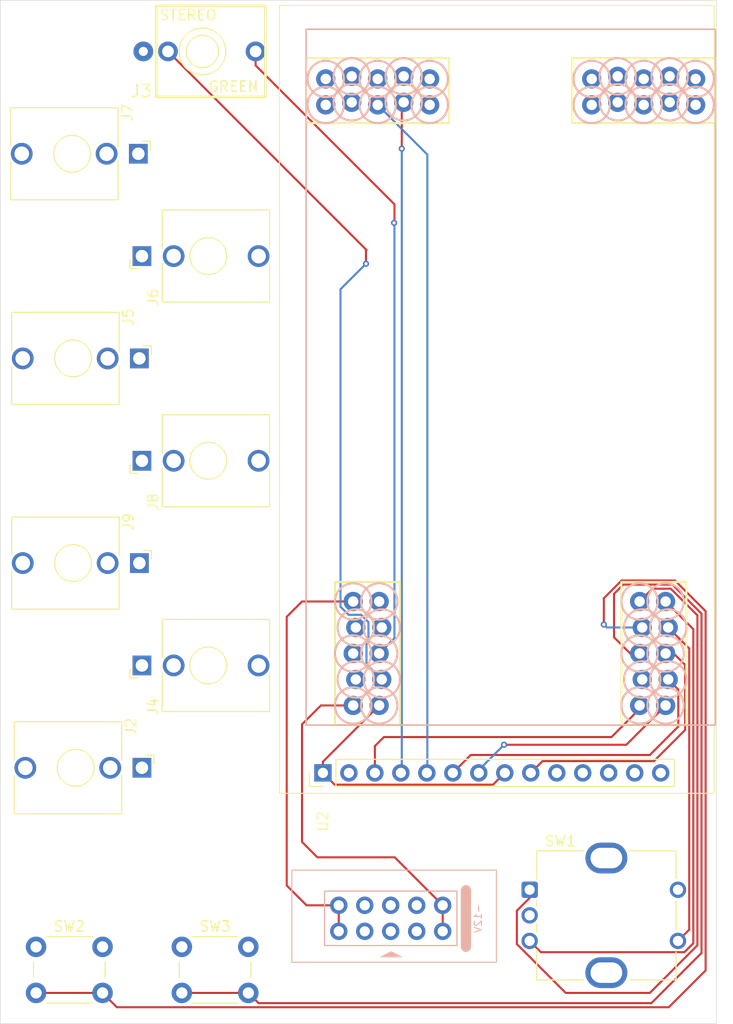
<source format=kicad_pcb>
(kicad_pcb (version 20240108) (generator "pcbnew") (generator_version "8.0")
  (layers (0 "F.Cu" signal) (31 "B.Cu" signal) (34 "B.Paste" user) (35 "F.Paste" user) (36 "B.SilkS" user "B.Silkscreen") (37 "F.SilkS" user "F.Silkscreen") (38 "B.Mask" user) (39 "F.Mask" user) (44 "Edge.Cuts" user))
  (net 0 "")
  (net 3 "Net-(U1-ADC_12(SPI_MISO))")
  (net 9 "Net-(U1-ADC_11(SPI_MOSI))")
  (net 13 "Net-(U1-SPI_SCK)")
  (net 30 "GND")
  (net 31 "+12V")
  (net 32 "-12V")
  (net 33 "Net-(U1-GATE_OUT_2)")
  (net 34 "Net-(U1-USB_DM)")
  (net 35 "Net-(U1-USB_DP)")
  (net 36 "Net-(U1-AUDIO_OUT_L)")
  (net 37 "Net-(U1-CV_1)")
  (net 38 "Net-(U1-CV_2)")
  (net 39 "Net-(U1-CV_3)")
  (net 40 "Net-(U1-CV_4)")
  (net 41 "Net-(U1-CV_5)")
  (net 42 "Net-(U1-SDMMC_CMD)")
  (net 43 "Net-(U1-SDMMC_CK)")
  (net 44 "Net-(U1-SDMMC_D0)")
  (net 45 "Net-(U1-SDMMC_D1)")
  (net 46 "Net-(U1-SDMMC_D2)")
  (net 47 "Net-(U1-I2C1_SCL)")
  (net 48 "Net-(U1-SPI_NSS)")
  (net 49 "+5V")
  (net 50 "+3.3V")
  (net 51 "Net-(U1-I2C1_SDA)")
  (footprint "KitsBlips:Stereo_Thonk_PJ366ST" (layer "F.Cu") (at 145 65.25 180)
    (property "Reference" "J3" (at 4.826 -3.175 360) (layer "F.SilkS") (effects (font (size 1.2065 1.2065) (thickness 0.1524)) (justify right top)))
    (property "Value" "3.5mm_Stereo" (hide yes))
    (fp_line (start 4.4958 4.445) (end 4.4958 -4.445) (stroke (width 0.254)) (layer "F.SilkS"))
    (fp_line (start 4.4958 -4.445) (end -6.1722 -4.445) (stroke (width 0.254)) (layer "F.SilkS"))
    (fp_line (start -6.1722 4.445) (end 4.4958 4.445) (stroke (width 0.254)) (layer "F.SilkS"))
    (fp_line (start -6.1722 -4.445) (end -6.1722 4.445) (stroke (width 0.254)) (layer "F.SilkS"))
    (fp_circle (center -0.0127 0) (end 2.2733 0) (stroke (width 0.127)) (fill none) (layer "F.SilkS"))
    (fp_circle (center -0.0127 0) (end 1.5621 0) (stroke (width 0.127)) (fill none) (layer "F.SilkS"))
    (fp_text user "STEREO" (at 1.397 3.556 360) (layer "F.SilkS"))
    (fp_text user "GREEN" (at -3.048 -3.429 360) (layer "F.SilkS"))
    (pad "R" thru_hole circle (at 3.3528 0 180) (size 1.9304 1.9304) (drill 1.143) (layers "*.Cu" "*.Mask") (net 35 "Net-(U1-USB_DP)"))
    (pad "S" thru_hole circle (at 5.7658 0 180) (size 1.9304 1.9304) (drill 0.889) (layers "*.Cu" "*.Mask") (net 30 "GND"))
    (pad "T" thru_hole circle (at -5.207 0 180) (size 1.9304 1.9304) (drill 1.143) (layers "*.Cu" "*.Mask") (net 34 "Net-(U1-USB_DM)"))
  )
  (footprint "KitsBlips:TZT_Display_ST7789V" (layer "F.Cu") (at 156.79 135.75 90)
    (property "Reference" "U2" (at -4.75 0 90) (layer "F.SilkS"))
    (property "Value" "TZT_Display_ST7789V")
    (fp_line (start -1.33 -1.33) (end 0 -1.33) (stroke (width 0.12)) (layer "F.SilkS"))
    (fp_line (start -1.33 0) (end -1.33 -1.33) (stroke (width 0.12)) (layer "F.SilkS"))
    (fp_line (start 1.33 1.27) (end 1.33 34.35) (stroke (width 0.12)) (layer "F.SilkS"))
    (fp_line (start -1.33 1.27) (end 1.33 1.27) (stroke (width 0.12)) (layer "F.SilkS"))
    (fp_line (start -1.33 1.27) (end -1.33 34.35) (stroke (width 0.12)) (layer "F.SilkS"))
    (fp_line (start -1.33 34.35) (end 1.33 34.35) (stroke (width 0.12)) (layer "F.SilkS"))
    (fp_rect (start -2 -4.25) (end 75 38.25) (stroke (width 0.1)) (fill none) (layer "F.SilkS"))
    (pad "1" thru_hole rect (at 0 0 90) (size 1.7 1.7) (drill 1) (layers "*.Cu" "*.Mask") (net 50 "+3.3V"))
    (pad "2" thru_hole oval (at 0 2.54 90) (size 1.7 1.7) (drill 1) (layers "*.Cu" "*.Mask") (net 30 "GND"))
    (pad "3" thru_hole oval (at 0 5.08 90) (size 1.7 1.7) (drill 1) (layers "*.Cu" "*.Mask") (net 48 "Net-(U1-SPI_NSS)"))
    (pad "4" thru_hole oval (at 0 7.62 90) (size 1.7 1.7) (drill 1) (layers "*.Cu" "*.Mask") (net 47 "Net-(U1-I2C1_SCL)"))
    (pad "5" thru_hole oval (at 0 10.16 90) (size 1.7 1.7) (drill 1) (layers "*.Cu" "*.Mask") (net 51 "Net-(U1-I2C1_SDA)"))
    (pad "6" thru_hole oval (at 0 12.7 90) (size 1.7 1.7) (drill 1) (layers "*.Cu" "*.Mask") (net 9 "Net-(U1-ADC_11(SPI_MOSI))"))
    (pad "7" thru_hole oval (at 0 15.24 90) (size 1.7 1.7) (drill 1) (layers "*.Cu" "*.Mask") (net 13 "Net-(U1-SPI_SCK)"))
    (pad "8" thru_hole oval (at 0 17.78 90) (size 1.7 1.7) (drill 1) (layers "*.Cu" "*.Mask") (net 50 "+3.3V"))
    (pad "9" thru_hole oval (at 0 20.32 90) (size 1.7 1.7) (drill 1) (layers "*.Cu" "*.Mask") (net 3 "Net-(U1-ADC_12(SPI_MISO))"))
    (pad "10" thru_hole oval (at 0 22.86 90) (size 1.7 1.7) (drill 1) (layers "*.Cu" "*.Mask"))
    (pad "11" thru_hole oval (at 0 25.4 90) (size 1.7 1.7) (drill 1) (layers "*.Cu" "*.Mask"))
    (pad "12" thru_hole oval (at 0 27.94 90) (size 1.7 1.7) (drill 1) (layers "*.Cu" "*.Mask"))
    (pad "13" thru_hole oval (at 0 30.48 90) (size 1.7 1.7) (drill 1) (layers "*.Cu" "*.Mask"))
    (pad "14" thru_hole oval (at 0 33.02 90) (size 1.7 1.7) (drill 1) (layers "*.Cu" "*.Mask"))
  )
  (footprint "Connector_Audio:Jack_3.5mm_QingPu_WQP-PJ398SM_Vertical_CircularHoles" (layer "F.Cu") (at 139.1 105.25 90)
    (property "Reference" "J8" (at -4.03 1.08 90) (layer "F.SilkS"))
    (property "Value" "3.5mm_Mono_Switched")
    (fp_line (start -1.23 -1.17) (end -0.37 -1.17) (stroke (width 0.12)) (layer "F.SilkS"))
    (fp_line (start -1.23 -1.17) (end -1.23 -0.37) (stroke (width 0.12)) (layer "F.SilkS"))
    (fp_line (start 4.5 1.98) (end 0.72 1.98) (stroke (width 0.12)) (layer "F.SilkS"))
    (fp_line (start 4.5 1.98) (end 4.5 12.48) (stroke (width 0.12)) (layer "F.SilkS"))
    (fp_line (start -0.72 1.98) (end -4.5 1.98) (stroke (width 0.12)) (layer "F.SilkS"))
    (fp_line (start -4.5 1.98) (end -4.5 12.48) (stroke (width 0.12)) (layer "F.SilkS"))
    (fp_line (start 4.5 12.48) (end 0.8 12.48) (stroke (width 0.12)) (layer "F.SilkS"))
    (fp_line (start -0.8 12.48) (end -4.5 12.48) (stroke (width 0.12)) (layer "F.SilkS"))
    (fp_circle (center 0 6.48) (end 1.8 6.48) (stroke (width 0.12)) (fill none) (layer "F.SilkS"))
    (pad "S" thru_hole rect (at 0 0 270) (size 1.93 1.83) (drill 1.22) (layers "*.Cu" "*.Mask") (net 30 "GND"))
    (pad "T" thru_hole circle (at 0 11.4 270) (size 2.13 2.13) (drill 1.43) (layers "*.Cu" "*.Mask") (net 40 "Net-(U1-CV_4)"))
    (pad "TN" thru_hole circle (at 0 3.1 270) (size 2.13 2.13) (drill 1.42) (layers "*.Cu" "*.Mask"))
  )
  (footprint "Connector_Audio:Jack_3.5mm_QingPu_WQP-PJ398SM_Vertical_CircularHoles" (layer "F.Cu") (at 139.1 125.25 90)
    (property "Reference" "J4" (at -4.03 1.08 90) (layer "F.SilkS"))
    (property "Value" "3.5mm_Mono_Switched")
    (fp_line (start -1.23 -1.17) (end -0.37 -1.17) (stroke (width 0.12)) (layer "F.SilkS"))
    (fp_line (start -1.23 -1.17) (end -1.23 -0.37) (stroke (width 0.12)) (layer "F.SilkS"))
    (fp_line (start 4.5 1.98) (end 0.72 1.98) (stroke (width 0.12)) (layer "F.SilkS"))
    (fp_line (start 4.5 1.98) (end 4.5 12.48) (stroke (width 0.12)) (layer "F.SilkS"))
    (fp_line (start -0.72 1.98) (end -4.5 1.98) (stroke (width 0.12)) (layer "F.SilkS"))
    (fp_line (start -4.5 1.98) (end -4.5 12.48) (stroke (width 0.12)) (layer "F.SilkS"))
    (fp_line (start 4.5 12.48) (end 0.8 12.48) (stroke (width 0.12)) (layer "F.SilkS"))
    (fp_line (start -0.8 12.48) (end -4.5 12.48) (stroke (width 0.12)) (layer "F.SilkS"))
    (fp_circle (center 0 6.48) (end 1.8 6.48) (stroke (width 0.12)) (fill none) (layer "F.SilkS"))
    (pad "S" thru_hole rect (at 0 0 270) (size 1.93 1.83) (drill 1.22) (layers "*.Cu" "*.Mask") (net 30 "GND"))
    (pad "T" thru_hole circle (at 0 11.4 270) (size 2.13 2.13) (drill 1.43) (layers "*.Cu" "*.Mask") (net 36 "Net-(U1-AUDIO_OUT_L)"))
    (pad "TN" thru_hole circle (at 0 3.1 270) (size 2.13 2.13) (drill 1.42) (layers "*.Cu" "*.Mask"))
  )
  (footprint "Connector_Audio:Jack_3.5mm_QingPu_WQP-PJ398SM_Vertical_CircularHoles" (layer "F.Cu") (at 138.85 95.25 -90)
    (property "Reference" "J5" (at -4.03 1.08 90) (layer "F.SilkS"))
    (property "Value" "3.5mm_Mono_Switched")
    (fp_line (start -0.8 12.48) (end -4.5 12.48) (stroke (width 0.12)) (layer "F.SilkS"))
    (fp_line (start 4.5 12.48) (end 0.8 12.48) (stroke (width 0.12)) (layer "F.SilkS"))
    (fp_line (start -4.5 1.98) (end -4.5 12.48) (stroke (width 0.12)) (layer "F.SilkS"))
    (fp_line (start -0.72 1.98) (end -4.5 1.98) (stroke (width 0.12)) (layer "F.SilkS"))
    (fp_line (start 4.5 1.98) (end 4.5 12.48) (stroke (width 0.12)) (layer "F.SilkS"))
    (fp_line (start 4.5 1.98) (end 0.72 1.98) (stroke (width 0.12)) (layer "F.SilkS"))
    (fp_line (start -1.23 -1.17) (end -1.23 -0.37) (stroke (width 0.12)) (layer "F.SilkS"))
    (fp_line (start -1.23 -1.17) (end -0.37 -1.17) (stroke (width 0.12)) (layer "F.SilkS"))
    (fp_circle (center 0 6.48) (end 1.8 6.48) (stroke (width 0.12)) (fill none) (layer "F.SilkS"))
    (pad "S" thru_hole rect (at 0 0 90) (size 1.93 1.83) (drill 1.22) (layers "*.Cu" "*.Mask") (net 30 "GND"))
    (pad "T" thru_hole circle (at 0 11.4 90) (size 2.13 2.13) (drill 1.43) (layers "*.Cu" "*.Mask") (net 37 "Net-(U1-CV_1)"))
    (pad "TN" thru_hole circle (at 0 3.1 90) (size 2.13 2.13) (drill 1.42) (layers "*.Cu" "*.Mask"))
  )
  (footprint "Button_Switch_THT:SW_PUSH_6mm_H13mm" (layer "F.Cu") (at 143 152.75)
    (property "Reference" "SW3" (at 3.25 -2 0) (layer "F.SilkS"))
    (property "Value" "SW_Push")
    (fp_line (start -0.25 1.5) (end -0.25 3) (stroke (width 0.12)) (layer "F.SilkS"))
    (fp_line (start 1 5.5) (end 5.5 5.5) (stroke (width 0.12)) (layer "F.SilkS"))
    (fp_line (start 5.5 -1) (end 1 -1) (stroke (width 0.12)) (layer "F.SilkS"))
    (fp_line (start 6.75 3) (end 6.75 1.5) (stroke (width 0.12)) (layer "F.SilkS"))
    (pad "1" thru_hole circle (at 0 0 90) (size 2 2) (drill 1.1) (layers "*.Cu" "*.Mask") (net 30 "GND"))
    (pad "1" thru_hole circle (at 6.5 0 90) (size 2 2) (drill 1.1) (layers "*.Cu" "*.Mask") (net 30 "GND"))
    (pad "2" thru_hole circle (at 0 4.5 90) (size 2 2) (drill 1.1) (layers "*.Cu" "*.Mask") (net 46 "Net-(U1-SDMMC_D2)"))
    (pad "2" thru_hole circle (at 6.5 4.5 90) (size 2 2) (drill 1.1) (layers "*.Cu" "*.Mask") (net 46 "Net-(U1-SDMMC_D2)"))
  )
  (footprint "Connector_Audio:Jack_3.5mm_QingPu_WQP-PJ398SM_Vertical_CircularHoles" (layer "F.Cu") (at 139.1 135.25 -90)
    (property "Reference" "J2" (at -4.03 1.08 90) (layer "F.SilkS"))
    (property "Value" "3.5mm_Mono_Switched")
    (fp_line (start -0.8 12.48) (end -4.5 12.48) (stroke (width 0.12)) (layer "F.SilkS"))
    (fp_line (start 4.5 12.48) (end 0.8 12.48) (stroke (width 0.12)) (layer "F.SilkS"))
    (fp_line (start -4.5 1.98) (end -4.5 12.48) (stroke (width 0.12)) (layer "F.SilkS"))
    (fp_line (start -0.72 1.98) (end -4.5 1.98) (stroke (width 0.12)) (layer "F.SilkS"))
    (fp_line (start 4.5 1.98) (end 4.5 12.48) (stroke (width 0.12)) (layer "F.SilkS"))
    (fp_line (start 4.5 1.98) (end 0.72 1.98) (stroke (width 0.12)) (layer "F.SilkS"))
    (fp_line (start -1.23 -1.17) (end -1.23 -0.37) (stroke (width 0.12)) (layer "F.SilkS"))
    (fp_line (start -1.23 -1.17) (end -0.37 -1.17) (stroke (width 0.12)) (layer "F.SilkS"))
    (fp_circle (center 0 6.48) (end 1.8 6.48) (stroke (width 0.12)) (fill none) (layer "F.SilkS"))
    (pad "S" thru_hole rect (at 0 0 90) (size 1.93 1.83) (drill 1.22) (layers "*.Cu" "*.Mask") (net 30 "GND"))
    (pad "T" thru_hole circle (at 0 11.4 90) (size 2.13 2.13) (drill 1.43) (layers "*.Cu" "*.Mask") (net 33 "Net-(U1-GATE_OUT_2)"))
    (pad "TN" thru_hole circle (at 0 3.1 90) (size 2.13 2.13) (drill 1.42) (layers "*.Cu" "*.Mask"))
  )
  (footprint "Connector_Audio:Jack_3.5mm_QingPu_WQP-PJ398SM_Vertical_CircularHoles" (layer "F.Cu") (at 138.75 75.25 -90)
    (property "Reference" "J7" (at -4.03 1.08 90) (layer "F.SilkS"))
    (property "Value" "3.5mm_Mono_Switched")
    (fp_line (start -0.8 12.48) (end -4.5 12.48) (stroke (width 0.12)) (layer "F.SilkS"))
    (fp_line (start 4.5 12.48) (end 0.8 12.48) (stroke (width 0.12)) (layer "F.SilkS"))
    (fp_line (start -4.5 1.98) (end -4.5 12.48) (stroke (width 0.12)) (layer "F.SilkS"))
    (fp_line (start -0.72 1.98) (end -4.5 1.98) (stroke (width 0.12)) (layer "F.SilkS"))
    (fp_line (start 4.5 1.98) (end 4.5 12.48) (stroke (width 0.12)) (layer "F.SilkS"))
    (fp_line (start 4.5 1.98) (end 0.72 1.98) (stroke (width 0.12)) (layer "F.SilkS"))
    (fp_line (start -1.23 -1.17) (end -1.23 -0.37) (stroke (width 0.12)) (layer "F.SilkS"))
    (fp_line (start -1.23 -1.17) (end -0.37 -1.17) (stroke (width 0.12)) (layer "F.SilkS"))
    (fp_circle (center 0 6.48) (end 1.8 6.48) (stroke (width 0.12)) (fill none) (layer "F.SilkS"))
    (pad "S" thru_hole rect (at 0 0 90) (size 1.93 1.83) (drill 1.22) (layers "*.Cu" "*.Mask") (net 30 "GND"))
    (pad "T" thru_hole circle (at 0 11.4 90) (size 2.13 2.13) (drill 1.43) (layers "*.Cu" "*.Mask") (net 39 "Net-(U1-CV_3)"))
    (pad "TN" thru_hole circle (at 0 3.1 90) (size 2.13 2.13) (drill 1.42) (layers "*.Cu" "*.Mask"))
  )
  (footprint "Button_Switch_THT:SW_PUSH_6mm_H13mm" (layer "F.Cu") (at 128.75 152.75)
    (property "Reference" "SW2" (at 3.25 -2 0) (layer "F.SilkS"))
    (property "Value" "SW_Push")
    (fp_line (start -0.25 1.5) (end -0.25 3) (stroke (width 0.12)) (layer "F.SilkS"))
    (fp_line (start 1 5.5) (end 5.5 5.5) (stroke (width 0.12)) (layer "F.SilkS"))
    (fp_line (start 5.5 -1) (end 1 -1) (stroke (width 0.12)) (layer "F.SilkS"))
    (fp_line (start 6.75 3) (end 6.75 1.5) (stroke (width 0.12)) (layer "F.SilkS"))
    (pad "1" thru_hole circle (at 0 0 90) (size 2 2) (drill 1.1) (layers "*.Cu" "*.Mask") (net 30 "GND"))
    (pad "1" thru_hole circle (at 6.5 0 90) (size 2 2) (drill 1.1) (layers "*.Cu" "*.Mask") (net 30 "GND"))
    (pad "2" thru_hole circle (at 0 4.5 90) (size 2 2) (drill 1.1) (layers "*.Cu" "*.Mask") (net 45 "Net-(U1-SDMMC_D1)"))
    (pad "2" thru_hole circle (at 6.5 4.5 90) (size 2 2) (drill 1.1) (layers "*.Cu" "*.Mask") (net 45 "Net-(U1-SDMMC_D1)"))
  )
  (footprint "Connector_Audio:Jack_3.5mm_QingPu_WQP-PJ398SM_Vertical_CircularHoles" (layer "F.Cu") (at 139.1 85.25 90)
    (property "Reference" "J6" (at -4.03 1.08 90) (layer "F.SilkS"))
    (property "Value" "3.5mm_Mono_Switched")
    (fp_line (start -1.23 -1.17) (end -0.37 -1.17) (stroke (width 0.12)) (layer "F.SilkS"))
    (fp_line (start -1.23 -1.17) (end -1.23 -0.37) (stroke (width 0.12)) (layer "F.SilkS"))
    (fp_line (start 4.5 1.98) (end 0.72 1.98) (stroke (width 0.12)) (layer "F.SilkS"))
    (fp_line (start 4.5 1.98) (end 4.5 12.48) (stroke (width 0.12)) (layer "F.SilkS"))
    (fp_line (start -0.72 1.98) (end -4.5 1.98) (stroke (width 0.12)) (layer "F.SilkS"))
    (fp_line (start -4.5 1.98) (end -4.5 12.48) (stroke (width 0.12)) (layer "F.SilkS"))
    (fp_line (start 4.5 12.48) (end 0.8 12.48) (stroke (width 0.12)) (layer "F.SilkS"))
    (fp_line (start -0.8 12.48) (end -4.5 12.48) (stroke (width 0.12)) (layer "F.SilkS"))
    (fp_circle (center 0 6.48) (end 1.8 6.48) (stroke (width 0.12)) (fill none) (layer "F.SilkS"))
    (pad "S" thru_hole rect (at 0 0 270) (size 1.93 1.83) (drill 1.22) (layers "*.Cu" "*.Mask") (net 30 "GND"))
    (pad "T" thru_hole circle (at 0 11.4 270) (size 2.13 2.13) (drill 1.43) (layers "*.Cu" "*.Mask") (net 38 "Net-(U1-CV_2)"))
    (pad "TN" thru_hole circle (at 0 3.1 270) (size 2.13 2.13) (drill 1.42) (layers "*.Cu" "*.Mask"))
  )
  (footprint "Rotary_Encoder:RotaryEncoder_Bourns_Vertical_PEC12R-3x17F-Sxxxx" (layer "F.Cu") (at 177 147.17)
    (property "Reference" "SW1" (at 3 -4.75 180) (layer "F.SilkS"))
    (property "Value" "RotaryEncoder_Switch")
    (fp_line (start 0.69 -3.81) (end 5.3 -3.81) (stroke (width 0.12)) (layer "F.SilkS"))
    (fp_line (start 0.69 -1.05) (end 0.69 -3.81) (stroke (width 0.12)) (layer "F.SilkS"))
    (fp_line (start 0.69 1.05) (end 0.69 1.65) (stroke (width 0.12)) (layer "F.SilkS"))
    (fp_line (start 0.69 3.35) (end 0.69 4.15) (stroke (width 0.12)) (layer "F.SilkS"))
    (fp_line (start 0.69 5.85) (end 0.69 8.81) (stroke (width 0.12)) (layer "F.SilkS"))
    (fp_line (start 5.3 8.81) (end 0.69 8.81) (stroke (width 0.12)) (layer "F.SilkS"))
    (fp_line (start 9.7 -3.8) (end 14.31 -3.8) (stroke (width 0.12)) (layer "F.SilkS"))
    (fp_line (start 14.31 -3.8) (end 14.31 -1.1) (stroke (width 0.12)) (layer "F.SilkS"))
    (fp_line (start 14.31 1.1) (end 14.31 3.9) (stroke (width 0.12)) (layer "F.SilkS"))
    (fp_line (start 14.31 6.1) (end 14.31 8.81) (stroke (width 0.12)) (layer "F.SilkS"))
    (fp_line (start 14.31 8.81) (end 9.7 8.81) (stroke (width 0.12)) (layer "F.SilkS"))
    (pad "A" thru_hole roundrect (at 0 0) (size 1.6 1.6) (drill 1) (layers "*.Cu" "*.Mask") (roundrect_rratio 0.15625) (net 44 "Net-(U1-SDMMC_D0)"))
    (pad "B" thru_hole circle (at 0 5) (size 1.6 1.6) (drill 1) (layers "*.Cu" "*.Mask") (net 43 "Net-(U1-SDMMC_CK)"))
    (pad "C" thru_hole circle (at 0 2.5) (size 1.6 1.6) (drill 1) (layers "*.Cu" "*.Mask") (net 30 "GND"))
    (pad "S1" thru_hole circle (at 14.5 0) (size 1.6 1.6) (drill 1) (layers "*.Cu" "*.Mask") (net 30 "GND"))
    (pad "S2" thru_hole circle (at 14.5 5) (size 1.6 1.6) (drill 1) (layers "*.Cu" "*.Mask") (net 42 "Net-(U1-SDMMC_CMD)"))
    (pad "SH" thru_hole oval (at 7.5 -3.1) (size 4.1 3) (drill oval 3.1 2) (layers "*.Cu" "*.Mask"))
    (pad "SH" thru_hole oval (at 7.5 8.1) (size 4.1 3) (drill oval 3.1 2) (layers "*.Cu" "*.Mask"))
  )
  (footprint "Connector_Audio:Jack_3.5mm_QingPu_WQP-PJ398SM_Vertical_CircularHoles" (layer "F.Cu") (at 138.85 115.25 -90)
    (property "Reference" "J9" (at -4.03 1.08 90) (layer "F.SilkS"))
    (property "Value" "3.5mm_Mono_Switched")
    (fp_line (start -0.8 12.48) (end -4.5 12.48) (stroke (width 0.12)) (layer "F.SilkS"))
    (fp_line (start 4.5 12.48) (end 0.8 12.48) (stroke (width 0.12)) (layer "F.SilkS"))
    (fp_line (start -4.5 1.98) (end -4.5 12.48) (stroke (width 0.12)) (layer "F.SilkS"))
    (fp_line (start -0.72 1.98) (end -4.5 1.98) (stroke (width 0.12)) (layer "F.SilkS"))
    (fp_line (start 4.5 1.98) (end 4.5 12.48) (stroke (width 0.12)) (layer "F.SilkS"))
    (fp_line (start 4.5 1.98) (end 0.72 1.98) (stroke (width 0.12)) (layer "F.SilkS"))
    (fp_line (start -1.23 -1.17) (end -1.23 -0.37) (stroke (width 0.12)) (layer "F.SilkS"))
    (fp_line (start -1.23 -1.17) (end -0.37 -1.17) (stroke (width 0.12)) (layer "F.SilkS"))
    (fp_circle (center 0 6.48) (end 1.8 6.48) (stroke (width 0.12)) (fill none) (layer "F.SilkS"))
    (pad "S" thru_hole rect (at 0 0 90) (size 1.93 1.83) (drill 1.22) (layers "*.Cu" "*.Mask") (net 30 "GND"))
    (pad "T" thru_hole circle (at 0 11.4 90) (size 2.13 2.13) (drill 1.43) (layers "*.Cu" "*.Mask") (net 41 "Net-(U1-CV_5)"))
    (pad "TN" thru_hole circle (at 0 3.1 90) (size 2.13 2.13) (drill 1.42) (layers "*.Cu" "*.Mask"))
  )
  (footprint "KitsBlips:ES_DAISY_PATCH_SM_REV1" (layer "B.Cu") (at 175.147 97.08 90)
    (property "Reference" "U1" (hide yes))
    (property "Value" "~" (hide yes))
    (fp_line (start 34 -20) (end -34 -20) (stroke (width 0.1524)) (layer "B.SilkS"))
    (fp_line (start 34 20) (end 34 -20) (stroke (width 0.1524)) (layer "B.SilkS"))
    (fp_line (start 34 20) (end -34 20) (stroke (width 0.1524)) (layer "B.SilkS"))
    (fp_line (start -34 20) (end -34 -20) (stroke (width 0.1524)) (layer "B.SilkS"))
    (fp_circle (center 29.143 -18.08) (end 30.921 -18.08) (stroke (width 0.2032)) (fill none) (layer "B.SilkS"))
    (fp_circle (center 26.603 -18.08) (end 28.381 -18.08) (stroke (width 0.2032)) (fill none) (layer "B.SilkS"))
    (fp_circle (center 29.397 -15.54) (end 31.175 -15.54) (stroke (width 0.2032)) (fill none) (layer "B.SilkS"))
    (fp_circle (center 26.857 -15.54) (end 28.635 -15.54) (stroke (width 0.2032)) (fill none) (layer "B.SilkS"))
    (fp_circle (center -21.92 -15.397) (end -20.142 -15.397) (stroke (width 0.2032)) (fill none) (layer "B.SilkS"))
    (fp_circle (center -27 -15.397) (end -25.222 -15.397) (stroke (width 0.2032)) (fill none) (layer "B.SilkS"))
    (fp_circle (center -32.08 -15.397) (end -30.302 -15.397) (stroke (width 0.2032)) (fill none) (layer "B.SilkS"))
    (fp_circle (center -24.46 -15.143) (end -22.682 -15.143) (stroke (width 0.2032)) (fill none) (layer "B.SilkS"))
    (fp_circle (center -29.54 -15.143) (end -27.762 -15.143) (stroke (width 0.2032)) (fill none) (layer "B.SilkS"))
    (fp_circle (center 29.143 -13) (end 30.921 -13) (stroke (width 0.2032)) (fill none) (layer "B.SilkS"))
    (fp_circle (center 26.603 -13) (end 28.381 -13) (stroke (width 0.2032)) (fill none) (layer "B.SilkS"))
    (fp_circle (center -21.92 -12.857) (end -20.142 -12.857) (stroke (width 0.2032)) (fill none) (layer "B.SilkS"))
    (fp_circle (center -27 -12.857) (end -25.222 -12.857) (stroke (width 0.2032)) (fill none) (layer "B.SilkS"))
    (fp_circle (center -32.08 -12.857) (end -30.302 -12.857) (stroke (width 0.2032)) (fill none) (layer "B.SilkS"))
    (fp_circle (center -24.46 -12.603) (end -22.682 -12.603) (stroke (width 0.2032)) (fill none) (layer "B.SilkS"))
    (fp_circle (center -29.54 -12.603) (end -27.762 -12.603) (stroke (width 0.2032)) (fill none) (layer "B.SilkS"))
    (fp_circle (center 29.397 -10.46) (end 31.175 -10.46) (stroke (width 0.2032)) (fill none) (layer "B.SilkS"))
    (fp_circle (center 26.857 -10.46) (end 28.635 -10.46) (stroke (width 0.2032)) (fill none) (layer "B.SilkS"))
    (fp_circle (center 29.143 -7.92) (end 30.921 -7.92) (stroke (width 0.2032)) (fill none) (layer "B.SilkS"))
    (fp_circle (center 26.603 -7.92) (end 28.381 -7.92) (stroke (width 0.2032)) (fill none) (layer "B.SilkS"))
    (fp_circle (center 29.143 7.92) (end 30.921 7.92) (stroke (width 0.2032)) (fill none) (layer "B.SilkS"))
    (fp_circle (center 26.603 7.92) (end 28.381 7.92) (stroke (width 0.2032)) (fill none) (layer "B.SilkS"))
    (fp_circle (center 29.397 10.46) (end 31.175 10.46) (stroke (width 0.2032)) (fill none) (layer "B.SilkS"))
    (fp_circle (center 26.857 10.46) (end 28.635 10.46) (stroke (width 0.2032)) (fill none) (layer "B.SilkS"))
    (fp_circle (center -21.92 12.603) (end -20.142 12.603) (stroke (width 0.2032)) (fill none) (layer "B.SilkS"))
    (fp_circle (center -27 12.603) (end -25.222 12.603) (stroke (width 0.2032)) (fill none) (layer "B.SilkS"))
    (fp_circle (center -32.08 12.603) (end -30.302 12.603) (stroke (width 0.2032)) (fill none) (layer "B.SilkS"))
    (fp_circle (center -24.46 12.857) (end -22.682 12.857) (stroke (width 0.2032)) (fill none) (layer "B.SilkS"))
    (fp_circle (center -29.54 12.857) (end -27.762 12.857) (stroke (width 0.2032)) (fill none) (layer "B.SilkS"))
    (fp_circle (center 29.143 13) (end 30.921 13) (stroke (width 0.2032)) (fill none) (layer "B.SilkS"))
    (fp_circle (center 26.603 13) (end 28.381 13) (stroke (width 0.2032)) (fill none) (layer "B.SilkS"))
    (fp_circle (center -21.92 15.143) (end -20.142 15.143) (stroke (width 0.2032)) (fill none) (layer "B.SilkS"))
    (fp_circle (center -27 15.143) (end -25.222 15.143) (stroke (width 0.2032)) (fill none) (layer "B.SilkS"))
    (fp_circle (center -32.08 15.143) (end -30.302 15.143) (stroke (width 0.2032)) (fill none) (layer "B.SilkS"))
    (fp_circle (center -24.46 15.397) (end -22.682 15.397) (stroke (width 0.2032)) (fill none) (layer "B.SilkS"))
    (fp_circle (center -29.54 15.397) (end -27.762 15.397) (stroke (width 0.2032)) (fill none) (layer "B.SilkS"))
    (fp_circle (center 29.397 15.54) (end 31.175 15.54) (stroke (width 0.2032)) (fill none) (layer "B.SilkS"))
    (fp_circle (center 26.857 15.54) (end 28.635 15.54) (stroke (width 0.2032)) (fill none) (layer "B.SilkS"))
    (fp_circle (center 29.143 18.08) (end 30.921 18.08) (stroke (width 0.2032)) (fill none) (layer "B.SilkS"))
    (fp_circle (center 26.603 18.08) (end 28.381 18.08) (stroke (width 0.2032)) (fill none) (layer "B.SilkS"))
    (fp_line (start 31.175 -19.985) (end 31.175 -6.015) (stroke (width 0.2032)) (layer "F.SilkS"))
    (fp_line (start 24.825 -19.985) (end 31.175 -19.985) (stroke (width 0.2032)) (layer "F.SilkS"))
    (fp_line (start -20.015 -17.175) (end -20.015 -10.825) (stroke (width 0.2032)) (layer "F.SilkS"))
    (fp_line (start -33.985 -17.175) (end -20.015 -17.175) (stroke (width 0.2032)) (layer "F.SilkS"))
    (fp_line (start -20.015 -10.825) (end -33.985 -10.825) (stroke (width 0.2032)) (layer "F.SilkS"))
    (fp_line (start -33.985 -10.825) (end -33.985 -17.175) (stroke (width 0.2032)) (layer "F.SilkS"))
    (fp_line (start 31.175 -6.015) (end 24.825 -6.015) (stroke (width 0.2032)) (layer "F.SilkS"))
    (fp_line (start 24.825 -6.015) (end 24.825 -19.985) (stroke (width 0.2032)) (layer "F.SilkS"))
    (fp_line (start 31.175 6.015) (end 31.175 19.985) (stroke (width 0.2032)) (layer "F.SilkS"))
    (fp_line (start 24.825 6.015) (end 31.175 6.015) (stroke (width 0.2032)) (layer "F.SilkS"))
    (fp_line (start -20.015 10.825) (end -20.015 17.175) (stroke (width 0.2032)) (layer "F.SilkS"))
    (fp_line (start -33.985 10.825) (end -20.015 10.825) (stroke (width 0.2032)) (layer "F.SilkS"))
    (fp_line (start -20.015 17.175) (end -33.985 17.175) (stroke (width 0.2032)) (layer "F.SilkS"))
    (fp_line (start -33.985 17.175) (end -33.985 10.825) (stroke (width 0.2032)) (layer "F.SilkS"))
    (fp_line (start 31.175 19.985) (end 24.825 19.985) (stroke (width 0.2032)) (layer "F.SilkS"))
    (fp_line (start 24.825 19.985) (end 24.825 6.015) (stroke (width 0.2032)) (layer "F.SilkS"))
    (pad "A1" thru_hole circle (at -32.08 -15.397 180) (size 1.8796 1.8796) (drill 1.016) (layers "*.Cu" "*.Mask") (net 32 "-12V"))
    (pad "A2" thru_hole circle (at -29.54 -15.143 180) (size 1.8796 1.8796) (drill 1.016) (layers "*.Cu" "*.Mask"))
    (pad "A3" thru_hole circle (at -27 -15.397 180) (size 1.8796 1.8796) (drill 1.016) (layers "*.Cu" "*.Mask"))
    (pad "A4" thru_hole circle (at -24.46 -15.143 180) (size 1.8796 1.8796) (drill 1.016) (layers "*.Cu" "*.Mask") (net 30 "GND"))
    (pad "A5" thru_hole circle (at -21.92 -15.397 180) (size 1.8796 1.8796) (drill 1.016) (layers "*.Cu" "*.Mask") (net 31 "+12V"))
    (pad "A6" thru_hole circle (at -21.92 -12.857 180) (size 1.8796 1.8796) (drill 1.016) (layers "*.Cu" "*.Mask") (net 49 "+5V"))
    (pad "A7" thru_hole circle (at -24.46 -12.603 180) (size 1.8796 1.8796) (drill 1.016) (layers "*.Cu" "*.Mask") (net 30 "GND"))
    (pad "A8" thru_hole circle (at -27 -12.857 180) (size 1.8796 1.8796) (drill 1.016) (layers "*.Cu" "*.Mask") (net 34 "Net-(U1-USB_DM)"))
    (pad "A9" thru_hole circle (at -29.54 -12.603 180) (size 1.8796 1.8796) (drill 1.016) (layers "*.Cu" "*.Mask") (net 35 "Net-(U1-USB_DP)"))
    (pad "A10" thru_hole circle (at -32.08 -12.857 180) (size 1.8796 1.8796) (drill 1.016) (layers "*.Cu" "*.Mask") (net 50 "+3.3V"))
    (pad "B1" thru_hole circle (at 29.143 -18.08 270) (size 1.8796 1.8796) (drill 1.016) (layers "*.Cu" "*.Mask"))
    (pad "B2" thru_hole circle (at 29.397 -15.54 270) (size 1.8796 1.8796) (drill 1.016) (layers "*.Cu" "*.Mask") (net 36 "Net-(U1-AUDIO_OUT_L)"))
    (pad "B3" thru_hole circle (at 29.143 -13 270) (size 1.8796 1.8796) (drill 1.016) (layers "*.Cu" "*.Mask"))
    (pad "B4" thru_hole circle (at 29.397 -10.46 270) (size 1.8796 1.8796) (drill 1.016) (layers "*.Cu" "*.Mask"))
    (pad "B5" thru_hole circle (at 29.143 -7.92 270) (size 1.8796 1.8796) (drill 1.016) (layers "*.Cu" "*.Mask"))
    (pad "B6" thru_hole circle (at 26.603 -7.92 270) (size 1.8796 1.8796) (drill 1.016) (layers "*.Cu" "*.Mask") (net 33 "Net-(U1-GATE_OUT_2)"))
    (pad "B7" thru_hole circle (at 26.857 -10.46 270) (size 1.8796 1.8796) (drill 1.016) (layers "*.Cu" "*.Mask") (net 47 "Net-(U1-I2C1_SCL)"))
    (pad "B8" thru_hole circle (at 26.603 -13 270) (size 1.8796 1.8796) (drill 1.016) (layers "*.Cu" "*.Mask") (net 51 "Net-(U1-I2C1_SDA)"))
    (pad "B9" thru_hole circle (at 26.857 -15.54 270) (size 1.8796 1.8796) (drill 1.016) (layers "*.Cu" "*.Mask"))
    (pad "B10" thru_hole circle (at 26.603 -18.08 270) (size 1.8796 1.8796) (drill 1.016) (layers "*.Cu" "*.Mask"))
    (pad "C1" thru_hole circle (at 29.143 7.92 270) (size 1.8796 1.8796) (drill 1.016) (layers "*.Cu" "*.Mask"))
    (pad "C2" thru_hole circle (at 29.397 10.46 270) (size 1.8796 1.8796) (drill 1.016) (layers "*.Cu" "*.Mask") (net 40 "Net-(U1-CV_4)"))
    (pad "C3" thru_hole circle (at 29.143 13 270) (size 1.8796 1.8796) (drill 1.016) (layers "*.Cu" "*.Mask") (net 39 "Net-(U1-CV_3)"))
    (pad "C4" thru_hole circle (at 29.397 15.54 270) (size 1.8796 1.8796) (drill 1.016) (layers "*.Cu" "*.Mask") (net 38 "Net-(U1-CV_2)"))
    (pad "C5" thru_hole circle (at 29.143 18.08 270) (size 1.8796 1.8796) (drill 1.016) (layers "*.Cu" "*.Mask") (net 37 "Net-(U1-CV_1)"))
    (pad "C6" thru_hole circle (at 26.603 18.08 270) (size 1.8796 1.8796) (drill 1.016) (layers "*.Cu" "*.Mask") (net 41 "Net-(U1-CV_5)"))
    (pad "C7" thru_hole circle (at 26.857 15.54 270) (size 1.8796 1.8796) (drill 1.016) (layers "*.Cu" "*.Mask"))
    (pad "C8" thru_hole circle (at 26.603 13 270) (size 1.8796 1.8796) (drill 1.016) (layers "*.Cu" "*.Mask"))
    (pad "C9" thru_hole circle (at 26.857 10.46 270) (size 1.8796 1.8796) (drill 1.016) (layers "*.Cu" "*.Mask"))
    (pad "C10" thru_hole circle (at 26.603 7.92 270) (size 1.8796 1.8796) (drill 1.016) (layers "*.Cu" "*.Mask"))
    (pad "D1" thru_hole circle (at -32.08 12.603 180) (size 1.8796 1.8796) (drill 1.016) (layers "*.Cu" "*.Mask") (net 48 "Net-(U1-SPI_NSS)"))
    (pad "D2" thru_hole circle (at -29.54 12.857 180) (size 1.8796 1.8796) (drill 1.016) (layers "*.Cu" "*.Mask"))
    (pad "D3" thru_hole circle (at -27 12.603 180) (size 1.8796 1.8796) (drill 1.016) (layers "*.Cu" "*.Mask") (net 46 "Net-(U1-SDMMC_D2)"))
    (pad "D4" thru_hole circle (at -24.46 12.857 180) (size 1.8796 1.8796) (drill 1.016) (layers "*.Cu" "*.Mask") (net 45 "Net-(U1-SDMMC_D1)"))
    (pad "D5" thru_hole circle (at -21.92 12.603 180) (size 1.8796 1.8796) (drill 1.016) (layers "*.Cu" "*.Mask") (net 44 "Net-(U1-SDMMC_D0)"))
    (pad "D6" thru_hole circle (at -21.92 15.143 180) (size 1.8796 1.8796) (drill 1.016) (layers "*.Cu" "*.Mask") (net 43 "Net-(U1-SDMMC_CK)"))
    (pad "D7" thru_hole circle (at -24.46 15.397 180) (size 1.8796 1.8796) (drill 1.016) (layers "*.Cu" "*.Mask") (net 42 "Net-(U1-SDMMC_CMD)"))
    (pad "D8" thru_hole circle (at -27 15.143 180) (size 1.8796 1.8796) (drill 1.016) (layers "*.Cu" "*.Mask") (net 3 "Net-(U1-ADC_12(SPI_MISO))"))
    (pad "D9" thru_hole circle (at -29.54 15.397 180) (size 1.8796 1.8796) (drill 1.016) (layers "*.Cu" "*.Mask") (net 9 "Net-(U1-ADC_11(SPI_MOSI))"))
    (pad "D10" thru_hole circle (at -32.08 15.143 180) (size 1.8796 1.8796) (drill 1.016) (layers "*.Cu" "*.Mask") (net 13 "Net-(U1-SPI_SCK)"))
  )
  (footprint "KitsBlips:Pins_2x05_2.54mm_TH_Europower_shrouded" (layer "B.Cu") (at 165 149.75 -90)
    (property "Reference" "J1" (hide yes))
    (property "Value" "EURO_PWR_2x5" (hide yes))
    (fp_line (start -4.5 11.25) (end -4.5 -8.75) (stroke (width 0.1)) (layer "B.SilkS"))
    (fp_line (start 4.5 11.25) (end -4.5 11.25) (stroke (width 0.1)) (layer "B.SilkS"))
    (fp_line (start 4.5 11.25) (end 4.5 -8.75) (stroke (width 0.1)) (layer "B.SilkS"))
    (fp_line (start -2.45 8.05) (end 2.87 8.05) (stroke (width 0.12)) (layer "B.SilkS"))
    (fp_line (start 2.87 8.05) (end 2.87 -4.89) (stroke (width 0.12)) (layer "B.SilkS"))
    (fp_line (start -2.45 -4.89) (end -2.45 8.05) (stroke (width 0.12)) (layer "B.SilkS"))
    (fp_line (start 2.87 -4.89) (end -2.45 -4.89) (stroke (width 0.12)) (layer "B.SilkS"))
    (fp_line (start 3 -5.77) (end -2.54 -5.77) (stroke (width 1)) (layer "B.SilkS"))
    (fp_line (start 4.5 -8.75) (end -4.5 -8.75) (stroke (width 0.1)) (layer "B.SilkS"))
    (fp_poly (pts (xy 3.48 1.54) (xy 3.98 0.54) (xy 3.98 2.54)) (stroke (width 0.1)) (fill solid) (layer "B.SilkS"))
    (fp_text user "-12V" (at 0.23 -6.96 90) (layer "B.SilkS") (effects (font (size 0.7 0.7) (thickness 0.1)) (justify mirror)))
    (pad "1" thru_hole oval (at -1.06 6.66 270) (size 1.7 1.7) (drill 1) (layers "*.Cu" "*.Mask") (net 31 "+12V"))
    (pad "2" thru_hole oval (at 1.48 6.66 270) (size 1.7 1.7) (drill 1) (layers "*.Cu" "*.Mask") (net 31 "+12V"))
    (pad "3" thru_hole oval (at -1.06 4.12 270) (size 1.7 1.7) (drill 1) (layers "*.Cu" "*.Mask") (net 30 "GND"))
    (pad "4" thru_hole oval (at 1.48 4.12 270) (size 1.7 1.7) (drill 1) (layers "*.Cu" "*.Mask") (net 30 "GND"))
    (pad "5" thru_hole oval (at -1.06 1.58 270) (size 1.7 1.7) (drill 1) (layers "*.Cu" "*.Mask") (net 30 "GND"))
    (pad "6" thru_hole oval (at 1.48 1.58 270) (size 1.7 1.7) (drill 1) (layers "*.Cu" "*.Mask") (net 30 "GND"))
    (pad "7" thru_hole oval (at -1.06 -0.96 270) (size 1.7 1.7) (drill 1) (layers "*.Cu" "*.Mask") (net 30 "GND"))
    (pad "8" thru_hole oval (at 1.48 -0.96 270) (size 1.7 1.7) (drill 1) (layers "*.Cu" "*.Mask") (net 30 "GND"))
    (pad "9" thru_hole oval (at -1.06 -3.5 270) (size 1.7 1.7) (drill 1) (layers "*.Cu" "*.Mask") (net 32 "-12V"))
    (pad "10" thru_hole oval (at 1.48 -3.5 270) (size 1.7 1.7) (drill 1) (layers "*.Cu" "*.Mask") (net 32 "-12V"))
  )
  (gr_rect (start 125.25 60.25) (end 195.25 160.25) (stroke (width 0.05)) (fill none) (layer "Edge.Cuts"))
  (segment (start 190.29 124.08) (end 191.08 124.08) (width 0.2) (layer "F.Cu") (net 3))
  (segment (start 178.26 134.6) (end 177.11 135.75) (width 0.2) (layer "F.Cu") (net 3))
  (segment (start 189.15 134.6) (end 178.26 134.6) (width 0.2) (layer "F.Cu") (net 3))
  (segment (start 192.2 131.55) (end 189.15 134.6) (width 0.2) (layer "F.Cu") (net 3))
  (segment (start 192.2 125.2) (end 192.2 131.55) (width 0.2) (layer "F.Cu") (net 3))
  (segment (start 191.08 124.08) (end 192.2 125.2) (width 0.2) (layer "F.Cu") (net 3))
  (segment (start 190.544 126.62) (end 191.5298 127.6058) (width 0.2) (layer "F.Cu") (net 9))
  (segment (start 171.24 134) (end 169.49 135.75) (width 0.2) (layer "F.Cu") (net 9))
  (segment (start 191.5298 131.2202) (end 188.75 134) (width 0.2) (layer "F.Cu") (net 9))
  (segment (start 188.75 134) (end 171.24 134) (width 0.2) (layer "F.Cu") (net 9))
  (segment (start 191.5298 127.6058) (end 191.5298 131.2202) (width 0.2) (layer "F.Cu") (net 9))
  (segment (start 186.45 133) (end 190.29 129.16) (width 0.2) (layer "F.Cu") (net 13))
  (segment (start 174.5 133) (end 186.45 133) (width 0.2) (layer "F.Cu") (net 13))
  (via (at 174.5 133) (size 0.6) (drill 0.3) (layers "F.Cu" "B.Cu") (net 13))
  (segment (start 172.03 135.47) (end 172.03 135.75) (width 0.2) (layer "B.Cu") (net 13))
  (segment (start 174.5 133) (end 172.03 135.47) (width 0.2) (layer "B.Cu") (net 13))
  (segment (start 153.25 146.75) (end 155.19 148.69) (width 0.2) (layer "F.Cu") (net 31))
  (segment (start 158.34 148.69) (end 158.34 151.23) (width 0.2) (layer "F.Cu") (net 31))
  (segment (start 155.19 148.69) (end 158.34 148.69) (width 0.2) (layer "F.Cu") (net 31))
  (segment (start 153.25 120.5) (end 154.75 119) (width 0.2) (layer "F.Cu") (net 31))
  (segment (start 158.34 148.69) (end 158.15 148.5) (width 0.2) (layer "F.Cu") (net 31))
  (segment (start 154.75 119) (end 159.75 119) (width 0.2) (layer "F.Cu") (net 31))
  (segment (start 153.25 146.75) (end 153.25 120.5) (width 0.2) (layer "F.Cu") (net 31))
  (segment (start 156.59 129.16) (end 154.75 131) (width 0.2) (layer "F.Cu") (net 32))
  (segment (start 163.81 144) (end 168.5 148.69) (width 0.2) (layer "F.Cu") (net 32))
  (segment (start 154.75 131) (end 154.75 142.5) (width 0.2) (layer "F.Cu") (net 32))
  (segment (start 168.5 151.23) (end 168.5 148.69) (width 0.2) (layer "F.Cu") (net 32))
  (segment (start 159.75 129.16) (end 156.59 129.16) (width 0.2) (layer "F.Cu") (net 32))
  (segment (start 154.75 142.5) (end 156.25 144) (width 0.2) (layer "F.Cu") (net 32))
  (segment (start 156.25 144) (end 163.81 144) (width 0.2) (layer "F.Cu") (net 32))
  (segment (start 163.7838 80.191798) (end 163.7838 81.9662) (width 0.2) (layer "F.Cu") (net 34))
  (segment (start 163.7838 81.9662) (end 163.75 82) (width 0.2) (layer "F.Cu") (net 34))
  (segment (start 150.207 66.614998) (end 163.7838 80.191798) (width 0.2) (layer "F.Cu") (net 34))
  (segment (start 150.207 65.25) (end 150.207 66.614998) (width 0.2) (layer "F.Cu") (net 34))
  (via (at 163.75 82) (size 0.6) (drill 0.3) (layers "F.Cu" "B.Cu") (net 34))
  (segment (start 163.7838 122.5862) (end 162.29 124.08) (width 0.2) (layer "B.Cu") (net 34))
  (segment (start 163.7838 82.0338) (end 163.7838 122.5862) (width 0.2) (layer "B.Cu") (net 34))
  (segment (start 163.75 82) (end 163.7838 82.0338) (width 0.2) (layer "B.Cu") (net 34))
  (segment (start 161 84.7032) (end 161 86) (width 0.2) (layer "F.Cu") (net 35))
  (segment (start 161.0502 84.653) (end 161 84.7032) (width 0.2) (layer "F.Cu") (net 35))
  (segment (start 141.6472 65.25) (end 161.0502 84.653) (width 0.2) (layer "F.Cu") (net 35))
  (via (at 161 86) (size 0.6) (drill 0.3) (layers "F.Cu" "B.Cu") (net 35))
  (segment (start 159.296858 120.3002) (end 160.517542 120.3002) (width 0.2) (layer "B.Cu") (net 35))
  (segment (start 158.5102 119.513542) (end 159.296858 120.3002) (width 0.2) (layer "B.Cu") (net 35))
  (segment (start 161.2438 121.026458) (end 161.2438 122.9938) (width 0.2) (layer "B.Cu") (net 35))
  (segment (start 160.517542 120.3002) (end 161.2438 121.026458) (width 0.2) (layer "B.Cu") (net 35))
  (segment (start 161.2438 122.9938) (end 161.0502 123.1874) (width 0.2) (layer "B.Cu") (net 35))
  (segment (start 161.0502 125.1262) (end 162.544 126.62) (width 0.2) (layer "B.Cu") (net 35))
  (segment (start 158.5102 88.4898) (end 158.5102 119.513542) (width 0.2) (layer "B.Cu") (net 35))
  (segment (start 161.0502 123.1874) (end 161.0502 125.1262) (width 0.2) (layer "B.Cu") (net 35))
  (segment (start 161 86) (end 158.5102 88.4898) (width 0.2) (layer "B.Cu") (net 35))
  (segment (start 192.6 151.07) (end 192.6 123.596) (width 0.2) (layer "F.Cu") (net 42))
  (segment (start 192.6 123.596) (end 190.544 121.54) (width 0.2) (layer "F.Cu") (net 42))
  (segment (start 191.5 152.17) (end 192.6 151.07) (width 0.2) (layer "F.Cu") (net 42))
  (segment (start 193 121.71) (end 190.29 119) (width 0.2) (layer "F.Cu") (net 43))
  (segment (start 177 152.17) (end 178.1 153.27) (width 0.2) (layer "F.Cu") (net 43))
  (segment (start 192.13 153.27) (end 193 152.4) (width 0.2) (layer "F.Cu") (net 43))
  (segment (start 193 152.4) (end 193 121.71) (width 0.2) (layer "F.Cu") (net 43))
  (segment (start 178.1 153.27) (end 192.13 153.27) (width 0.2) (layer "F.Cu") (net 43))
  (segment (start 177 147.17) (end 177 147.97) (width 0.2) (layer "F.Cu") (net 44))
  (segment (start 193.4 152.6) (end 193.4 120.356658) (width 0.2) (layer "F.Cu") (net 44))
  (segment (start 189 117.75) (end 187.75 119) (width 0.2) (layer "F.Cu") (net 44))
  (segment (start 175.75 152.475635) (end 180.524365 157.25) (width 0.2) (layer "F.Cu") (net 44))
  (segment (start 193.4 120.356658) (end 190.793342 117.75) (width 0.2) (layer "F.Cu") (net 44))
  (segment (start 188.75 157.25) (end 193.4 152.6) (width 0.2) (layer "F.Cu") (net 44))
  (segment (start 177 147.97) (end 175.75 149.22) (width 0.2) (layer "F.Cu") (net 44))
  (segment (start 190.793342 117.75) (end 189 117.75) (width 0.2) (layer "F.Cu") (net 44))
  (segment (start 175.75 149.22) (end 175.75 152.475635) (width 0.2) (layer "F.Cu") (net 44))
  (segment (start 180.524365 157.25) (end 188.75 157.25) (width 0.2) (layer "F.Cu") (net 44))
  (segment (start 185.984314 116.95) (end 184.25 118.684314) (width 0.2) (layer "F.Cu") (net 45))
  (segment (start 191.2 116.95) (end 185.984314 116.95) (width 0.2) (layer "F.Cu") (net 45))
  (segment (start 184.25 118.684314) (end 184.25 121.25) (width 0.2) (layer "F.Cu") (net 45))
  (segment (start 136.65 158.65) (end 190.6 158.65) (width 0.2) (layer "F.Cu") (net 45))
  (segment (start 128.75 157.25) (end 135.25 157.25) (width 0.2) (layer "F.Cu") (net 45))
  (segment (start 135.25 157.25) (end 136.65 158.65) (width 0.2) (layer "F.Cu") (net 45))
  (segment (start 194.2 119.95) (end 191.2 116.95) (width 0.2) (layer "F.Cu") (net 45))
  (segment (start 190.6 158.65) (end 194.2 155.05) (width 0.2) (layer "F.Cu") (net 45))
  (segment (start 194.2 155.05) (end 194.2 119.95) (width 0.2) (layer "F.Cu") (net 45))
  (via (at 184.25 121.25) (size 0.6) (drill 0.3) (layers "F.Cu" "B.Cu") (net 45))
  (segment (start 184.54 121.54) (end 188.004 121.54) (width 0.2) (layer "B.Cu") (net 45))
  (segment (start 184.25 121.25) (end 184.54 121.54) (width 0.2) (layer "B.Cu") (net 45))
  (segment (start 188.9 158.25) (end 193.8 153.35) (width 0.2) (layer "F.Cu") (net 46))
  (segment (start 150.5 158.25) (end 188.9 158.25) (width 0.2) (layer "F.Cu") (net 46))
  (segment (start 193.8 120.190972) (end 190.959028 117.35) (width 0.2) (layer "F.Cu") (net 46))
  (segment (start 190.959028 117.35) (end 186.15 117.35) (width 0.2) (layer "F.Cu") (net 46))
  (segment (start 186.15 117.35) (end 185.25 118.25) (width 0.2) (layer "F.Cu") (net 46))
  (segment (start 193.8 153.35) (end 193.8 120.190972) (width 0.2) (layer "F.Cu") (net 46))
  (segment (start 149.5 157.25) (end 143 157.25) (width 0.2) (layer "F.Cu") (net 46))
  (segment (start 185.25 118.25) (end 185.25 122.5) (width 0.2) (layer "F.Cu") (net 46))
  (segment (start 149.5 157.25) (end 150.5 158.25) (width 0.2) (layer "F.Cu") (net 46))
  (segment (start 185.25 122.5) (end 186.83 124.08) (width 0.2) (layer "F.Cu") (net 46))
  (segment (start 186.83 124.08) (end 187.75 124.08) (width 0.2) (layer "F.Cu") (net 46))
  (segment (start 164.5 74.75) (end 164.5 70.41) (width 0.2) (layer "F.Cu") (net 47))
  (segment (start 164.41 135.75) (end 164.5 135.66) (width 0.2) (layer "F.Cu") (net 47))
  (segment (start 164.5 70.41) (end 164.687 70.223) (width 0.2) (layer "F.Cu") (net 47))
  (via (at 164.5 74.75) (size 0.6) (drill 0.3) (layers "F.Cu" "B.Cu") (net 47))
  (segment (start 164.5 74.75) (end 164.5 135.66) (width 0.2) (layer "B.Cu") (net 47))
  (segment (start 164.5 135.66) (end 164.41 135.75) (width 0.2) (layer "B.Cu") (net 47))
  (segment (start 187.75 129.16) (end 187.75 129.5) (width 0.2) (layer "F.Cu") (net 48))
  (segment (start 185 132.25) (end 162.75 132.25) (width 0.2) (layer "F.Cu") (net 48))
  (segment (start 162.75 132.25) (end 161.87 133.13) (width 0.2) (layer "F.Cu") (net 48))
  (segment (start 161.87 133.13) (end 161.87 135.75) (width 0.2) (layer "F.Cu") (net 48))
  (segment (start 187.75 129.5) (end 185 132.25) (width 0.2) (layer "F.Cu") (net 48))
  (segment (start 173.42 136.9) (end 174.57 135.75) (width 0.2) (layer "F.Cu") (net 50))
  (segment (start 156.79 135.75) (end 156.79 134.66) (width 0.2) (layer "F.Cu") (net 50))
  (segment (start 156.79 134.66) (end 162.29 129.16) (width 0.2) (layer "F.Cu") (net 50))
  (segment (start 157.94 136.9) (end 173.42 136.9) (width 0.2) (layer "F.Cu") (net 50))
  (segment (start 156.79 135.75) (end 157.94 136.9) (width 0.2) (layer "F.Cu") (net 50))
  (segment (start 167 75.33) (end 167 135.7) (width 0.2) (layer "B.Cu") (net 51))
  (segment (start 162.147 70.477) (end 167 75.33) (width 0.2) (layer "B.Cu") (net 51))
  (segment (start 167 135.7) (end 166.95 135.75) (width 0.2) (layer "B.Cu") (net 51))
)
</source>
